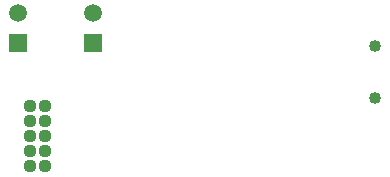
<source format=gbs>
%FSLAX24Y24*%
%MOIN*%
G70*
G01*
G75*
G04 Layer_Color=16711935*
%ADD10R,0.0256X0.0354*%
%ADD11R,0.0551X0.0472*%
%ADD12R,0.1378X0.1378*%
%ADD13O,0.0394X0.0098*%
%ADD14O,0.0098X0.0394*%
%ADD15R,0.0866X0.0630*%
%ADD16C,0.0394*%
%ADD17R,0.0413X0.0425*%
%ADD18R,0.0315X0.0295*%
%ADD19R,0.0295X0.0315*%
%ADD20R,0.0360X0.0360*%
%ADD21R,0.0500X0.0360*%
%ADD22R,0.0984X0.0787*%
%ADD23R,0.0906X0.0197*%
%ADD24C,0.0060*%
%ADD25C,0.0150*%
%ADD26C,0.0400*%
%ADD27C,0.0550*%
%ADD28R,0.0550X0.0550*%
%ADD29C,0.0360*%
%ADD30C,0.0250*%
%ADD31C,0.0098*%
%ADD32C,0.0030*%
%ADD33C,0.0040*%
%ADD34C,0.0120*%
%ADD35C,0.0079*%
%ADD36C,0.0050*%
%ADD37C,0.0148*%
%ADD38R,0.0296X0.0394*%
%ADD39R,0.0591X0.0512*%
%ADD40R,0.1418X0.1418*%
%ADD41O,0.0453X0.0157*%
%ADD42O,0.0157X0.0453*%
%ADD43R,0.0906X0.0670*%
%ADD44C,0.1181*%
%ADD45R,0.0453X0.0465*%
%ADD46R,0.0355X0.0335*%
%ADD47R,0.0335X0.0355*%
%ADD48R,0.0400X0.0400*%
%ADD49R,0.0540X0.0400*%
%ADD50R,0.1024X0.0827*%
%ADD51R,0.0946X0.0237*%
%ADD52C,0.0440*%
%ADD53C,0.0590*%
%ADD54R,0.0590X0.0590*%
D26*
X12582Y5716D02*
D03*
Y3984D02*
D03*
D52*
X1600Y1700D02*
D03*
X1100D02*
D03*
X1600Y2200D02*
D03*
X1100D02*
D03*
X1600Y2700D02*
D03*
X1100D02*
D03*
X1600Y3200D02*
D03*
X1100D02*
D03*
X1600Y3700D02*
D03*
X1100D02*
D03*
D53*
X3200Y6800D02*
D03*
X700D02*
D03*
D54*
X3200Y5800D02*
D03*
X700D02*
D03*
M02*

</source>
